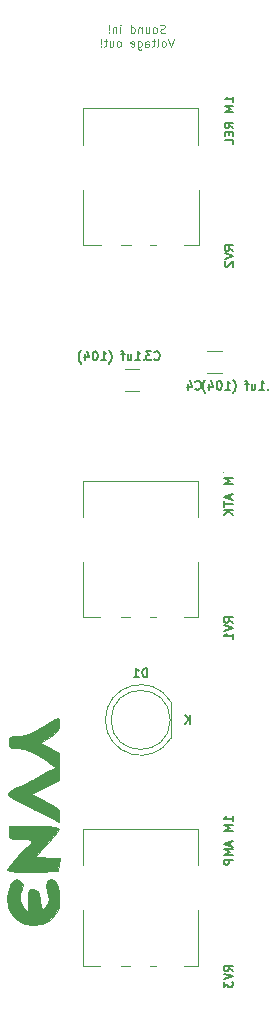
<source format=gbr>
%TF.GenerationSoftware,KiCad,Pcbnew,(5.1.12-1-10_14)*%
%TF.CreationDate,2021-12-12T17:04:58+01:00*%
%TF.ProjectId,envy,656e7679-2e6b-4696-9361-645f70636258,rev?*%
%TF.SameCoordinates,Original*%
%TF.FileFunction,Legend,Bot*%
%TF.FilePolarity,Positive*%
%FSLAX46Y46*%
G04 Gerber Fmt 4.6, Leading zero omitted, Abs format (unit mm)*
G04 Created by KiCad (PCBNEW (5.1.12-1-10_14)) date 2021-12-12 17:04:58*
%MOMM*%
%LPD*%
G01*
G04 APERTURE LIST*
%ADD10C,0.125000*%
%ADD11C,0.010000*%
%ADD12C,0.120000*%
%ADD13C,0.150000*%
%ADD14R,1.600000X1.600000*%
%ADD15O,1.600000X1.600000*%
%ADD16C,1.600000*%
%ADD17R,1.727200X1.727200*%
%ADD18O,1.727200X1.727200*%
%ADD19R,1.800000X1.800000*%
%ADD20C,1.800000*%
%ADD21C,3.240000*%
%ADD22C,3.200000*%
%ADD23O,1.740000X2.200000*%
%ADD24R,1.600000X2.400000*%
%ADD25O,1.600000X2.400000*%
G04 APERTURE END LIST*
D10*
X82283333Y-48595833D02*
X82183333Y-48629166D01*
X82016666Y-48629166D01*
X81950000Y-48595833D01*
X81916666Y-48562500D01*
X81883333Y-48495833D01*
X81883333Y-48429166D01*
X81916666Y-48362500D01*
X81950000Y-48329166D01*
X82016666Y-48295833D01*
X82150000Y-48262500D01*
X82216666Y-48229166D01*
X82250000Y-48195833D01*
X82283333Y-48129166D01*
X82283333Y-48062500D01*
X82250000Y-47995833D01*
X82216666Y-47962500D01*
X82150000Y-47929166D01*
X81983333Y-47929166D01*
X81883333Y-47962500D01*
X81483333Y-48629166D02*
X81550000Y-48595833D01*
X81583333Y-48562500D01*
X81616666Y-48495833D01*
X81616666Y-48295833D01*
X81583333Y-48229166D01*
X81550000Y-48195833D01*
X81483333Y-48162500D01*
X81383333Y-48162500D01*
X81316666Y-48195833D01*
X81283333Y-48229166D01*
X81250000Y-48295833D01*
X81250000Y-48495833D01*
X81283333Y-48562500D01*
X81316666Y-48595833D01*
X81383333Y-48629166D01*
X81483333Y-48629166D01*
X80650000Y-48162500D02*
X80650000Y-48629166D01*
X80950000Y-48162500D02*
X80950000Y-48529166D01*
X80916666Y-48595833D01*
X80850000Y-48629166D01*
X80750000Y-48629166D01*
X80683333Y-48595833D01*
X80650000Y-48562500D01*
X80316666Y-48162500D02*
X80316666Y-48629166D01*
X80316666Y-48229166D02*
X80283333Y-48195833D01*
X80216666Y-48162500D01*
X80116666Y-48162500D01*
X80050000Y-48195833D01*
X80016666Y-48262500D01*
X80016666Y-48629166D01*
X79383333Y-48629166D02*
X79383333Y-47929166D01*
X79383333Y-48595833D02*
X79450000Y-48629166D01*
X79583333Y-48629166D01*
X79650000Y-48595833D01*
X79683333Y-48562500D01*
X79716666Y-48495833D01*
X79716666Y-48295833D01*
X79683333Y-48229166D01*
X79650000Y-48195833D01*
X79583333Y-48162500D01*
X79450000Y-48162500D01*
X79383333Y-48195833D01*
X78516666Y-48629166D02*
X78516666Y-48162500D01*
X78516666Y-47929166D02*
X78550000Y-47962500D01*
X78516666Y-47995833D01*
X78483333Y-47962500D01*
X78516666Y-47929166D01*
X78516666Y-47995833D01*
X78183333Y-48162500D02*
X78183333Y-48629166D01*
X78183333Y-48229166D02*
X78150000Y-48195833D01*
X78083333Y-48162500D01*
X77983333Y-48162500D01*
X77916666Y-48195833D01*
X77883333Y-48262500D01*
X77883333Y-48629166D01*
X77550000Y-48562500D02*
X77516666Y-48595833D01*
X77550000Y-48629166D01*
X77583333Y-48595833D01*
X77550000Y-48562500D01*
X77550000Y-48629166D01*
X77550000Y-48362500D02*
X77583333Y-47962500D01*
X77550000Y-47929166D01*
X77516666Y-47962500D01*
X77550000Y-48362500D01*
X77550000Y-47929166D01*
X83033333Y-49104166D02*
X82800000Y-49804166D01*
X82566666Y-49104166D01*
X82233333Y-49804166D02*
X82300000Y-49770833D01*
X82333333Y-49737500D01*
X82366666Y-49670833D01*
X82366666Y-49470833D01*
X82333333Y-49404166D01*
X82300000Y-49370833D01*
X82233333Y-49337500D01*
X82133333Y-49337500D01*
X82066666Y-49370833D01*
X82033333Y-49404166D01*
X82000000Y-49470833D01*
X82000000Y-49670833D01*
X82033333Y-49737500D01*
X82066666Y-49770833D01*
X82133333Y-49804166D01*
X82233333Y-49804166D01*
X81600000Y-49804166D02*
X81666666Y-49770833D01*
X81700000Y-49704166D01*
X81700000Y-49104166D01*
X81433333Y-49337500D02*
X81166666Y-49337500D01*
X81333333Y-49104166D02*
X81333333Y-49704166D01*
X81300000Y-49770833D01*
X81233333Y-49804166D01*
X81166666Y-49804166D01*
X80633333Y-49804166D02*
X80633333Y-49437500D01*
X80666666Y-49370833D01*
X80733333Y-49337500D01*
X80866666Y-49337500D01*
X80933333Y-49370833D01*
X80633333Y-49770833D02*
X80700000Y-49804166D01*
X80866666Y-49804166D01*
X80933333Y-49770833D01*
X80966666Y-49704166D01*
X80966666Y-49637500D01*
X80933333Y-49570833D01*
X80866666Y-49537500D01*
X80700000Y-49537500D01*
X80633333Y-49504166D01*
X80000000Y-49337500D02*
X80000000Y-49904166D01*
X80033333Y-49970833D01*
X80066666Y-50004166D01*
X80133333Y-50037500D01*
X80233333Y-50037500D01*
X80300000Y-50004166D01*
X80000000Y-49770833D02*
X80066666Y-49804166D01*
X80200000Y-49804166D01*
X80266666Y-49770833D01*
X80300000Y-49737500D01*
X80333333Y-49670833D01*
X80333333Y-49470833D01*
X80300000Y-49404166D01*
X80266666Y-49370833D01*
X80200000Y-49337500D01*
X80066666Y-49337500D01*
X80000000Y-49370833D01*
X79400000Y-49770833D02*
X79466666Y-49804166D01*
X79600000Y-49804166D01*
X79666666Y-49770833D01*
X79700000Y-49704166D01*
X79700000Y-49437500D01*
X79666666Y-49370833D01*
X79600000Y-49337500D01*
X79466666Y-49337500D01*
X79400000Y-49370833D01*
X79366666Y-49437500D01*
X79366666Y-49504166D01*
X79700000Y-49570833D01*
X78433333Y-49804166D02*
X78500000Y-49770833D01*
X78533333Y-49737500D01*
X78566666Y-49670833D01*
X78566666Y-49470833D01*
X78533333Y-49404166D01*
X78500000Y-49370833D01*
X78433333Y-49337500D01*
X78333333Y-49337500D01*
X78266666Y-49370833D01*
X78233333Y-49404166D01*
X78200000Y-49470833D01*
X78200000Y-49670833D01*
X78233333Y-49737500D01*
X78266666Y-49770833D01*
X78333333Y-49804166D01*
X78433333Y-49804166D01*
X77600000Y-49337500D02*
X77600000Y-49804166D01*
X77900000Y-49337500D02*
X77900000Y-49704166D01*
X77866666Y-49770833D01*
X77800000Y-49804166D01*
X77700000Y-49804166D01*
X77633333Y-49770833D01*
X77600000Y-49737500D01*
X77366666Y-49337500D02*
X77100000Y-49337500D01*
X77266666Y-49104166D02*
X77266666Y-49704166D01*
X77233333Y-49770833D01*
X77166666Y-49804166D01*
X77100000Y-49804166D01*
X76866666Y-49737500D02*
X76833333Y-49770833D01*
X76866666Y-49804166D01*
X76900000Y-49770833D01*
X76866666Y-49737500D01*
X76866666Y-49804166D01*
X76866666Y-49537500D02*
X76900000Y-49137500D01*
X76866666Y-49104166D01*
X76833333Y-49137500D01*
X76866666Y-49537500D01*
X76866666Y-49104166D01*
D11*
%TO.C,G\u002A\u002A\u002A*%
G36*
X73331116Y-121424900D02*
G01*
X73212310Y-120839251D01*
X73011784Y-120409386D01*
X72741086Y-120229472D01*
X72720479Y-120228672D01*
X72362607Y-120367428D01*
X72221510Y-120738839D01*
X72316563Y-121257232D01*
X72430947Y-121951189D01*
X72357162Y-122294839D01*
X72140102Y-122738525D01*
X71943212Y-122835762D01*
X71790771Y-122595325D01*
X71709149Y-122060703D01*
X71657271Y-121541860D01*
X71549054Y-121279030D01*
X71325370Y-121172992D01*
X71166084Y-121149391D01*
X70892509Y-121134203D01*
X70746114Y-121222896D01*
X70686252Y-121495790D01*
X70672277Y-122033206D01*
X70671713Y-122126314D01*
X70665804Y-123159441D01*
X70316468Y-122740113D01*
X70009594Y-122115305D01*
X70025488Y-121427312D01*
X70157081Y-121093752D01*
X70250646Y-120711117D01*
X70135332Y-120483751D01*
X69793310Y-120246153D01*
X69466686Y-120357082D01*
X69173608Y-120809829D01*
X69158769Y-120844645D01*
X68925349Y-121751074D01*
X69025499Y-122607484D01*
X69198528Y-123035444D01*
X69683532Y-123661230D01*
X70347769Y-124044676D01*
X71107963Y-124182793D01*
X71880839Y-124072589D01*
X72583120Y-123711076D01*
X73081748Y-123174871D01*
X73277382Y-122686878D01*
X73356656Y-122072165D01*
X73331116Y-121424900D01*
G37*
X73331116Y-121424900D02*
X73212310Y-120839251D01*
X73011784Y-120409386D01*
X72741086Y-120229472D01*
X72720479Y-120228672D01*
X72362607Y-120367428D01*
X72221510Y-120738839D01*
X72316563Y-121257232D01*
X72430947Y-121951189D01*
X72357162Y-122294839D01*
X72140102Y-122738525D01*
X71943212Y-122835762D01*
X71790771Y-122595325D01*
X71709149Y-122060703D01*
X71657271Y-121541860D01*
X71549054Y-121279030D01*
X71325370Y-121172992D01*
X71166084Y-121149391D01*
X70892509Y-121134203D01*
X70746114Y-121222896D01*
X70686252Y-121495790D01*
X70672277Y-122033206D01*
X70671713Y-122126314D01*
X70665804Y-123159441D01*
X70316468Y-122740113D01*
X70009594Y-122115305D01*
X70025488Y-121427312D01*
X70157081Y-121093752D01*
X70250646Y-120711117D01*
X70135332Y-120483751D01*
X69793310Y-120246153D01*
X69466686Y-120357082D01*
X69173608Y-120809829D01*
X69158769Y-120844645D01*
X68925349Y-121751074D01*
X69025499Y-122607484D01*
X69198528Y-123035444D01*
X69683532Y-123661230D01*
X70347769Y-124044676D01*
X71107963Y-124182793D01*
X71880839Y-124072589D01*
X72583120Y-123711076D01*
X73081748Y-123174871D01*
X73277382Y-122686878D01*
X73356656Y-122072165D01*
X73331116Y-121424900D01*
G36*
X72376289Y-118452448D02*
G01*
X71837724Y-118429791D01*
X71478810Y-118371286D01*
X71388112Y-118313163D01*
X71506123Y-118130459D01*
X71818609Y-117772716D01*
X72263252Y-117310365D01*
X72365035Y-117209091D01*
X72831162Y-116720934D01*
X73176375Y-116306396D01*
X73337405Y-116042732D01*
X73341958Y-116016208D01*
X73251874Y-115914186D01*
X72952402Y-115845443D01*
X72399717Y-115805289D01*
X71549991Y-115789033D01*
X71210489Y-115788112D01*
X69079021Y-115788112D01*
X69079021Y-116320979D01*
X69095425Y-116625611D01*
X69202931Y-116784170D01*
X69488978Y-116844350D01*
X70041005Y-116853846D01*
X70055944Y-116853846D01*
X70591009Y-116877127D01*
X70945851Y-116937179D01*
X71032867Y-116995421D01*
X70914788Y-117186902D01*
X70609908Y-117533437D01*
X70307501Y-117839127D01*
X69828491Y-118329248D01*
X69404283Y-118807440D01*
X69233549Y-119024274D01*
X68884965Y-119507289D01*
X69292832Y-119609069D01*
X69641565Y-119647737D01*
X70245317Y-119668431D01*
X71004209Y-119668869D01*
X71476923Y-119658921D01*
X73253147Y-119606993D01*
X73308806Y-119029720D01*
X73364466Y-118452448D01*
X72376289Y-118452448D01*
G37*
X72376289Y-118452448D02*
X71837724Y-118429791D01*
X71478810Y-118371286D01*
X71388112Y-118313163D01*
X71506123Y-118130459D01*
X71818609Y-117772716D01*
X72263252Y-117310365D01*
X72365035Y-117209091D01*
X72831162Y-116720934D01*
X73176375Y-116306396D01*
X73337405Y-116042732D01*
X73341958Y-116016208D01*
X73251874Y-115914186D01*
X72952402Y-115845443D01*
X72399717Y-115805289D01*
X71549991Y-115789033D01*
X71210489Y-115788112D01*
X69079021Y-115788112D01*
X69079021Y-116320979D01*
X69095425Y-116625611D01*
X69202931Y-116784170D01*
X69488978Y-116844350D01*
X70041005Y-116853846D01*
X70055944Y-116853846D01*
X70591009Y-116877127D01*
X70945851Y-116937179D01*
X71032867Y-116995421D01*
X70914788Y-117186902D01*
X70609908Y-117533437D01*
X70307501Y-117839127D01*
X69828491Y-118329248D01*
X69404283Y-118807440D01*
X69233549Y-119024274D01*
X68884965Y-119507289D01*
X69292832Y-119609069D01*
X69641565Y-119647737D01*
X70245317Y-119668431D01*
X71004209Y-119668869D01*
X71476923Y-119658921D01*
X73253147Y-119606993D01*
X73308806Y-119029720D01*
X73364466Y-118452448D01*
X72376289Y-118452448D01*
G36*
X73317971Y-114539185D02*
G01*
X73200694Y-114306247D01*
X72922156Y-114085279D01*
X72414384Y-113809580D01*
X72143555Y-113674798D01*
X70945152Y-113083839D01*
X73341958Y-111875521D01*
X73341958Y-109631066D01*
X72518994Y-109178497D01*
X71696030Y-108725927D01*
X72518994Y-108243638D01*
X73006716Y-107929840D01*
X73252681Y-107662235D01*
X73336218Y-107335023D01*
X73341958Y-107146066D01*
X73309012Y-106761413D01*
X73227833Y-106604096D01*
X73208741Y-106608953D01*
X73002868Y-106732880D01*
X72576802Y-106991170D01*
X72013737Y-107333371D01*
X71873445Y-107418736D01*
X71137282Y-107832371D01*
X70561707Y-108061140D01*
X70033492Y-108146500D01*
X69875193Y-108150350D01*
X69384927Y-108165958D01*
X69153186Y-108255879D01*
X69083384Y-108484758D01*
X69079021Y-108683217D01*
X69106252Y-109022656D01*
X69255248Y-109175139D01*
X69626963Y-109214984D01*
X69802862Y-109216084D01*
X70358644Y-109290213D01*
X71001365Y-109535515D01*
X71756708Y-109946817D01*
X72328633Y-110300374D01*
X72758989Y-110592666D01*
X72974719Y-110773196D01*
X72986713Y-110796967D01*
X72836722Y-110916439D01*
X72427518Y-111155587D01*
X71820252Y-111480577D01*
X71076078Y-111857576D01*
X71016736Y-111886864D01*
X70257210Y-112267027D01*
X69621688Y-112596453D01*
X69174113Y-112841192D01*
X68978427Y-112967291D01*
X68976035Y-112970434D01*
X69028530Y-113162004D01*
X69125382Y-113261201D01*
X69362552Y-113405620D01*
X69849050Y-113670043D01*
X70515443Y-114017656D01*
X71292299Y-114411646D01*
X71343706Y-114437356D01*
X73341958Y-115435835D01*
X73341958Y-114850796D01*
X73317971Y-114539185D01*
G37*
X73317971Y-114539185D02*
X73200694Y-114306247D01*
X72922156Y-114085279D01*
X72414384Y-113809580D01*
X72143555Y-113674798D01*
X70945152Y-113083839D01*
X73341958Y-111875521D01*
X73341958Y-109631066D01*
X72518994Y-109178497D01*
X71696030Y-108725927D01*
X72518994Y-108243638D01*
X73006716Y-107929840D01*
X73252681Y-107662235D01*
X73336218Y-107335023D01*
X73341958Y-107146066D01*
X73309012Y-106761413D01*
X73227833Y-106604096D01*
X73208741Y-106608953D01*
X73002868Y-106732880D01*
X72576802Y-106991170D01*
X72013737Y-107333371D01*
X71873445Y-107418736D01*
X71137282Y-107832371D01*
X70561707Y-108061140D01*
X70033492Y-108146500D01*
X69875193Y-108150350D01*
X69384927Y-108165958D01*
X69153186Y-108255879D01*
X69083384Y-108484758D01*
X69079021Y-108683217D01*
X69106252Y-109022656D01*
X69255248Y-109175139D01*
X69626963Y-109214984D01*
X69802862Y-109216084D01*
X70358644Y-109290213D01*
X71001365Y-109535515D01*
X71756708Y-109946817D01*
X72328633Y-110300374D01*
X72758989Y-110592666D01*
X72974719Y-110773196D01*
X72986713Y-110796967D01*
X72836722Y-110916439D01*
X72427518Y-111155587D01*
X71820252Y-111480577D01*
X71076078Y-111857576D01*
X71016736Y-111886864D01*
X70257210Y-112267027D01*
X69621688Y-112596453D01*
X69174113Y-112841192D01*
X68978427Y-112967291D01*
X68976035Y-112970434D01*
X69028530Y-113162004D01*
X69125382Y-113261201D01*
X69362552Y-113405620D01*
X69849050Y-113670043D01*
X70515443Y-114017656D01*
X71292299Y-114411646D01*
X71343706Y-114437356D01*
X73341958Y-115435835D01*
X73341958Y-114850796D01*
X73317971Y-114539185D01*
D12*
%TO.C,RV3*%
X75330000Y-116030000D02*
X85070000Y-116030000D01*
X75330000Y-127620000D02*
X76820000Y-127620000D01*
X75330000Y-119090000D02*
X75330000Y-116030000D01*
X85080000Y-127620000D02*
X85080000Y-122900000D01*
X85070000Y-119090000D02*
X85070000Y-116030000D01*
X75330000Y-127620000D02*
X75330000Y-122900000D01*
X83890000Y-127620000D02*
X85070000Y-127620000D01*
X80990000Y-127620000D02*
X81520000Y-127620000D01*
X78540000Y-127620000D02*
X79370000Y-127620000D01*
%TO.C,RV1*%
X75330000Y-86530000D02*
X85070000Y-86530000D01*
X75330000Y-98120000D02*
X76820000Y-98120000D01*
X75330000Y-89590000D02*
X75330000Y-86530000D01*
X85080000Y-98120000D02*
X85080000Y-93400000D01*
X85070000Y-89590000D02*
X85070000Y-86530000D01*
X75330000Y-98120000D02*
X75330000Y-93400000D01*
X83890000Y-98120000D02*
X85070000Y-98120000D01*
X80990000Y-98120000D02*
X81520000Y-98120000D01*
X78540000Y-98120000D02*
X79370000Y-98120000D01*
%TO.C,RV2*%
X78590000Y-66620000D02*
X79420000Y-66620000D01*
X81040000Y-66620000D02*
X81570000Y-66620000D01*
X83940000Y-66620000D02*
X85120000Y-66620000D01*
X75380000Y-66620000D02*
X75380000Y-61900000D01*
X85120000Y-58090000D02*
X85120000Y-55030000D01*
X85130000Y-66620000D02*
X85130000Y-61900000D01*
X75380000Y-58090000D02*
X75380000Y-55030000D01*
X75380000Y-66620000D02*
X76870000Y-66620000D01*
X75380000Y-55030000D02*
X85120000Y-55030000D01*
%TO.C,C3*%
X80129000Y-78920000D02*
X78871000Y-78920000D01*
X80129000Y-77080000D02*
X78871000Y-77080000D01*
%TO.C,C4*%
X85871000Y-77420000D02*
X87129000Y-77420000D01*
X85871000Y-75580000D02*
X87129000Y-75580000D01*
%TO.C,D1*%
X82730000Y-106800000D02*
G75*
G03*
X82730000Y-106800000I-2500000J0D01*
G01*
X82790000Y-105255000D02*
X82790000Y-108345000D01*
X77240000Y-106800462D02*
G75*
G02*
X82790000Y-105255170I2990000J462D01*
G01*
X77240000Y-106799538D02*
G75*
G03*
X82790000Y-108344830I2990000J-462D01*
G01*
%TO.C,RV3*%
D13*
X88039285Y-128053571D02*
X87682142Y-127803571D01*
X88039285Y-127625000D02*
X87289285Y-127625000D01*
X87289285Y-127910714D01*
X87325000Y-127982142D01*
X87360714Y-128017857D01*
X87432142Y-128053571D01*
X87539285Y-128053571D01*
X87610714Y-128017857D01*
X87646428Y-127982142D01*
X87682142Y-127910714D01*
X87682142Y-127625000D01*
X87289285Y-128267857D02*
X88039285Y-128517857D01*
X87289285Y-128767857D01*
X87289285Y-128946428D02*
X87289285Y-129410714D01*
X87575000Y-129160714D01*
X87575000Y-129267857D01*
X87610714Y-129339285D01*
X87646428Y-129375000D01*
X87717857Y-129410714D01*
X87896428Y-129410714D01*
X87967857Y-129375000D01*
X88003571Y-129339285D01*
X88039285Y-129267857D01*
X88039285Y-129053571D01*
X88003571Y-128982142D01*
X87967857Y-128946428D01*
X88039285Y-115375000D02*
X88039285Y-114946428D01*
X88039285Y-115160714D02*
X87289285Y-115160714D01*
X87396428Y-115089285D01*
X87467857Y-115017857D01*
X87503571Y-114946428D01*
X88039285Y-115696428D02*
X87289285Y-115696428D01*
X87825000Y-115946428D01*
X87289285Y-116196428D01*
X88039285Y-116196428D01*
X87825000Y-117089285D02*
X87825000Y-117446428D01*
X88039285Y-117017857D02*
X87289285Y-117267857D01*
X88039285Y-117517857D01*
X88039285Y-117767857D02*
X87289285Y-117767857D01*
X87825000Y-118017857D01*
X87289285Y-118267857D01*
X88039285Y-118267857D01*
X88039285Y-118625000D02*
X87289285Y-118625000D01*
X87289285Y-118910714D01*
X87325000Y-118982142D01*
X87360714Y-119017857D01*
X87432142Y-119053571D01*
X87539285Y-119053571D01*
X87610714Y-119017857D01*
X87646428Y-118982142D01*
X87682142Y-118910714D01*
X87682142Y-118625000D01*
%TO.C,RV1*%
X88039285Y-98553571D02*
X87682142Y-98303571D01*
X88039285Y-98125000D02*
X87289285Y-98125000D01*
X87289285Y-98410714D01*
X87325000Y-98482142D01*
X87360714Y-98517857D01*
X87432142Y-98553571D01*
X87539285Y-98553571D01*
X87610714Y-98517857D01*
X87646428Y-98482142D01*
X87682142Y-98410714D01*
X87682142Y-98125000D01*
X87289285Y-98767857D02*
X88039285Y-99017857D01*
X87289285Y-99267857D01*
X88039285Y-99910714D02*
X88039285Y-99482142D01*
X88039285Y-99696428D02*
X87289285Y-99696428D01*
X87396428Y-99625000D01*
X87467857Y-99553571D01*
X87503571Y-99482142D01*
X88039285Y-86017857D02*
X88039285Y-85589285D01*
X88039285Y-85803571D02*
X87289285Y-85803571D01*
X87396428Y-85732142D01*
X87467857Y-85660714D01*
X87503571Y-85589285D01*
X88039285Y-86339285D02*
X87289285Y-86339285D01*
X87825000Y-86589285D01*
X87289285Y-86839285D01*
X88039285Y-86839285D01*
X87825000Y-87732142D02*
X87825000Y-88089285D01*
X88039285Y-87660714D02*
X87289285Y-87910714D01*
X88039285Y-88160714D01*
X87289285Y-88303571D02*
X87289285Y-88732142D01*
X88039285Y-88517857D02*
X87289285Y-88517857D01*
X88039285Y-88982142D02*
X87289285Y-88982142D01*
X88039285Y-89410714D02*
X87610714Y-89089285D01*
X87289285Y-89410714D02*
X87717857Y-88982142D01*
%TO.C,RV2*%
X88089285Y-67053571D02*
X87732142Y-66803571D01*
X88089285Y-66625000D02*
X87339285Y-66625000D01*
X87339285Y-66910714D01*
X87375000Y-66982142D01*
X87410714Y-67017857D01*
X87482142Y-67053571D01*
X87589285Y-67053571D01*
X87660714Y-67017857D01*
X87696428Y-66982142D01*
X87732142Y-66910714D01*
X87732142Y-66625000D01*
X87339285Y-67267857D02*
X88089285Y-67517857D01*
X87339285Y-67767857D01*
X87410714Y-67982142D02*
X87375000Y-68017857D01*
X87339285Y-68089285D01*
X87339285Y-68267857D01*
X87375000Y-68339285D01*
X87410714Y-68375000D01*
X87482142Y-68410714D01*
X87553571Y-68410714D01*
X87660714Y-68375000D01*
X88089285Y-67946428D01*
X88089285Y-68410714D01*
X88089285Y-54482142D02*
X88089285Y-54053571D01*
X88089285Y-54267857D02*
X87339285Y-54267857D01*
X87446428Y-54196428D01*
X87517857Y-54125000D01*
X87553571Y-54053571D01*
X88089285Y-54803571D02*
X87339285Y-54803571D01*
X87875000Y-55053571D01*
X87339285Y-55303571D01*
X88089285Y-55303571D01*
X88089285Y-56660714D02*
X87732142Y-56410714D01*
X88089285Y-56232142D02*
X87339285Y-56232142D01*
X87339285Y-56517857D01*
X87375000Y-56589285D01*
X87410714Y-56625000D01*
X87482142Y-56660714D01*
X87589285Y-56660714D01*
X87660714Y-56625000D01*
X87696428Y-56589285D01*
X87732142Y-56517857D01*
X87732142Y-56232142D01*
X87696428Y-56982142D02*
X87696428Y-57232142D01*
X88089285Y-57339285D02*
X88089285Y-56982142D01*
X87339285Y-56982142D01*
X87339285Y-57339285D01*
X88089285Y-58017857D02*
X88089285Y-57660714D01*
X87339285Y-57660714D01*
%TO.C,C3*%
X81375000Y-76267857D02*
X81410714Y-76303571D01*
X81517857Y-76339285D01*
X81589285Y-76339285D01*
X81696428Y-76303571D01*
X81767857Y-76232142D01*
X81803571Y-76160714D01*
X81839285Y-76017857D01*
X81839285Y-75910714D01*
X81803571Y-75767857D01*
X81767857Y-75696428D01*
X81696428Y-75625000D01*
X81589285Y-75589285D01*
X81517857Y-75589285D01*
X81410714Y-75625000D01*
X81375000Y-75660714D01*
X81125000Y-75589285D02*
X80660714Y-75589285D01*
X80910714Y-75875000D01*
X80803571Y-75875000D01*
X80732142Y-75910714D01*
X80696428Y-75946428D01*
X80660714Y-76017857D01*
X80660714Y-76196428D01*
X80696428Y-76267857D01*
X80732142Y-76303571D01*
X80803571Y-76339285D01*
X81017857Y-76339285D01*
X81089285Y-76303571D01*
X81125000Y-76267857D01*
X80517857Y-76267857D02*
X80482142Y-76303571D01*
X80517857Y-76339285D01*
X80553571Y-76303571D01*
X80517857Y-76267857D01*
X80517857Y-76339285D01*
X79767857Y-76339285D02*
X80196428Y-76339285D01*
X79982142Y-76339285D02*
X79982142Y-75589285D01*
X80053571Y-75696428D01*
X80125000Y-75767857D01*
X80196428Y-75803571D01*
X79125000Y-75839285D02*
X79125000Y-76339285D01*
X79446428Y-75839285D02*
X79446428Y-76232142D01*
X79410714Y-76303571D01*
X79339285Y-76339285D01*
X79232142Y-76339285D01*
X79160714Y-76303571D01*
X79125000Y-76267857D01*
X78875000Y-75839285D02*
X78589285Y-75839285D01*
X78767857Y-76339285D02*
X78767857Y-75696428D01*
X78732142Y-75625000D01*
X78660714Y-75589285D01*
X78589285Y-75589285D01*
X77553571Y-76625000D02*
X77589285Y-76589285D01*
X77660714Y-76482142D01*
X77696428Y-76410714D01*
X77732142Y-76303571D01*
X77767857Y-76125000D01*
X77767857Y-75982142D01*
X77732142Y-75803571D01*
X77696428Y-75696428D01*
X77660714Y-75625000D01*
X77589285Y-75517857D01*
X77553571Y-75482142D01*
X76875000Y-76339285D02*
X77303571Y-76339285D01*
X77089285Y-76339285D02*
X77089285Y-75589285D01*
X77160714Y-75696428D01*
X77232142Y-75767857D01*
X77303571Y-75803571D01*
X76410714Y-75589285D02*
X76339285Y-75589285D01*
X76267857Y-75625000D01*
X76232142Y-75660714D01*
X76196428Y-75732142D01*
X76160714Y-75875000D01*
X76160714Y-76053571D01*
X76196428Y-76196428D01*
X76232142Y-76267857D01*
X76267857Y-76303571D01*
X76339285Y-76339285D01*
X76410714Y-76339285D01*
X76482142Y-76303571D01*
X76517857Y-76267857D01*
X76553571Y-76196428D01*
X76589285Y-76053571D01*
X76589285Y-75875000D01*
X76553571Y-75732142D01*
X76517857Y-75660714D01*
X76482142Y-75625000D01*
X76410714Y-75589285D01*
X75517857Y-75839285D02*
X75517857Y-76339285D01*
X75696428Y-75553571D02*
X75875000Y-76089285D01*
X75410714Y-76089285D01*
X75196428Y-76625000D02*
X75160714Y-76589285D01*
X75089285Y-76482142D01*
X75053571Y-76410714D01*
X75017857Y-76303571D01*
X74982142Y-76125000D01*
X74982142Y-75982142D01*
X75017857Y-75803571D01*
X75053571Y-75696428D01*
X75089285Y-75625000D01*
X75160714Y-75517857D01*
X75196428Y-75482142D01*
%TO.C,C4*%
X84875000Y-78767857D02*
X84910714Y-78803571D01*
X85017857Y-78839285D01*
X85089285Y-78839285D01*
X85196428Y-78803571D01*
X85267857Y-78732142D01*
X85303571Y-78660714D01*
X85339285Y-78517857D01*
X85339285Y-78410714D01*
X85303571Y-78267857D01*
X85267857Y-78196428D01*
X85196428Y-78125000D01*
X85089285Y-78089285D01*
X85017857Y-78089285D01*
X84910714Y-78125000D01*
X84875000Y-78160714D01*
X84232142Y-78339285D02*
X84232142Y-78839285D01*
X84410714Y-78053571D02*
X84589285Y-78589285D01*
X84125000Y-78589285D01*
X91017857Y-78767857D02*
X90982142Y-78803571D01*
X91017857Y-78839285D01*
X91053571Y-78803571D01*
X91017857Y-78767857D01*
X91017857Y-78839285D01*
X90267857Y-78839285D02*
X90696428Y-78839285D01*
X90482142Y-78839285D02*
X90482142Y-78089285D01*
X90553571Y-78196428D01*
X90625000Y-78267857D01*
X90696428Y-78303571D01*
X89625000Y-78339285D02*
X89625000Y-78839285D01*
X89946428Y-78339285D02*
X89946428Y-78732142D01*
X89910714Y-78803571D01*
X89839285Y-78839285D01*
X89732142Y-78839285D01*
X89660714Y-78803571D01*
X89625000Y-78767857D01*
X89375000Y-78339285D02*
X89089285Y-78339285D01*
X89267857Y-78839285D02*
X89267857Y-78196428D01*
X89232142Y-78125000D01*
X89160714Y-78089285D01*
X89089285Y-78089285D01*
X88053571Y-79125000D02*
X88089285Y-79089285D01*
X88160714Y-78982142D01*
X88196428Y-78910714D01*
X88232142Y-78803571D01*
X88267857Y-78625000D01*
X88267857Y-78482142D01*
X88232142Y-78303571D01*
X88196428Y-78196428D01*
X88160714Y-78125000D01*
X88089285Y-78017857D01*
X88053571Y-77982142D01*
X87375000Y-78839285D02*
X87803571Y-78839285D01*
X87589285Y-78839285D02*
X87589285Y-78089285D01*
X87660714Y-78196428D01*
X87732142Y-78267857D01*
X87803571Y-78303571D01*
X86910714Y-78089285D02*
X86839285Y-78089285D01*
X86767857Y-78125000D01*
X86732142Y-78160714D01*
X86696428Y-78232142D01*
X86660714Y-78375000D01*
X86660714Y-78553571D01*
X86696428Y-78696428D01*
X86732142Y-78767857D01*
X86767857Y-78803571D01*
X86839285Y-78839285D01*
X86910714Y-78839285D01*
X86982142Y-78803571D01*
X87017857Y-78767857D01*
X87053571Y-78696428D01*
X87089285Y-78553571D01*
X87089285Y-78375000D01*
X87053571Y-78232142D01*
X87017857Y-78160714D01*
X86982142Y-78125000D01*
X86910714Y-78089285D01*
X86017857Y-78339285D02*
X86017857Y-78839285D01*
X86196428Y-78053571D02*
X86375000Y-78589285D01*
X85910714Y-78589285D01*
X85696428Y-79125000D02*
X85660714Y-79089285D01*
X85589285Y-78982142D01*
X85553571Y-78910714D01*
X85517857Y-78803571D01*
X85482142Y-78625000D01*
X85482142Y-78482142D01*
X85517857Y-78303571D01*
X85553571Y-78196428D01*
X85589285Y-78125000D01*
X85660714Y-78017857D01*
X85696428Y-77982142D01*
%TO.C,D1*%
X80783571Y-103179285D02*
X80783571Y-102429285D01*
X80605000Y-102429285D01*
X80497857Y-102465000D01*
X80426428Y-102536428D01*
X80390714Y-102607857D01*
X80355000Y-102750714D01*
X80355000Y-102857857D01*
X80390714Y-103000714D01*
X80426428Y-103072142D01*
X80497857Y-103143571D01*
X80605000Y-103179285D01*
X80783571Y-103179285D01*
X79640714Y-103179285D02*
X80069285Y-103179285D01*
X79855000Y-103179285D02*
X79855000Y-102429285D01*
X79926428Y-102536428D01*
X79997857Y-102607857D01*
X80069285Y-102643571D01*
X84396428Y-107139285D02*
X84396428Y-106389285D01*
X83967857Y-107139285D02*
X84289285Y-106710714D01*
X83967857Y-106389285D02*
X84396428Y-106817857D01*
%TD*%
%LPC*%
D14*
%TO.C,D4*%
X76400000Y-45500000D03*
D15*
X76400000Y-53120000D03*
%TD*%
%TO.C,D3*%
X83400000Y-45380000D03*
D14*
X83400000Y-53000000D03*
%TD*%
%TO.C,C2*%
X70900000Y-48500000D03*
D16*
X72900000Y-48500000D03*
%TD*%
%TO.C,C1*%
X88900000Y-48500000D03*
D14*
X86900000Y-48500000D03*
%TD*%
D17*
%TO.C,J5*%
X75000000Y-40500000D03*
D18*
X75000000Y-37960000D03*
X77540000Y-40500000D03*
X77540000Y-37960000D03*
X80080000Y-40500000D03*
X80080000Y-37960000D03*
X82620000Y-40500000D03*
X82620000Y-37960000D03*
X85160000Y-40500000D03*
X85160000Y-37960000D03*
%TD*%
D19*
%TO.C,RV3*%
X82700000Y-128500000D03*
D20*
X80200000Y-128500000D03*
X77700000Y-128500000D03*
D21*
X75400000Y-121000000D03*
X85000000Y-121000000D03*
%TD*%
D19*
%TO.C,RV1*%
X82700000Y-99000000D03*
D20*
X80200000Y-99000000D03*
X77700000Y-99000000D03*
D21*
X75400000Y-91500000D03*
X85000000Y-91500000D03*
%TD*%
%TO.C,RV2*%
X85050000Y-60000000D03*
X75450000Y-60000000D03*
D20*
X77750000Y-67500000D03*
X80250000Y-67500000D03*
D19*
X82750000Y-67500000D03*
%TD*%
D16*
%TO.C,C3*%
X80750000Y-78000000D03*
X78250000Y-78000000D03*
%TD*%
%TO.C,C4*%
X87750000Y-76500000D03*
X85250000Y-76500000D03*
%TD*%
%TO.C,C5*%
X88000000Y-85500000D03*
X90500000Y-85500000D03*
%TD*%
%TO.C,C6*%
X70750000Y-53500000D03*
X73250000Y-53500000D03*
%TD*%
D19*
%TO.C,D1*%
X81500000Y-106800000D03*
D20*
X78960000Y-106800000D03*
%TD*%
D14*
%TO.C,D2*%
X88750000Y-52750000D03*
D15*
X88750000Y-60370000D03*
%TD*%
D22*
%TO.C,H1*%
X88000000Y-105250000D03*
%TD*%
%TO.C,IN*%
G36*
G01*
X86630000Y-133850001D02*
X86630000Y-132149999D01*
G75*
G02*
X86879999Y-131900000I249999J0D01*
G01*
X88120001Y-131900000D01*
G75*
G02*
X88370000Y-132149999I0J-249999D01*
G01*
X88370000Y-133850001D01*
G75*
G02*
X88120001Y-134100000I-249999J0D01*
G01*
X86879999Y-134100000D01*
G75*
G02*
X86630000Y-133850001I0J249999D01*
G01*
G37*
D23*
X90040000Y-133000000D03*
%TD*%
%TO.C,J2*%
X81040000Y-133000000D03*
G36*
G01*
X77630000Y-133850001D02*
X77630000Y-132149999D01*
G75*
G02*
X77879999Y-131900000I249999J0D01*
G01*
X79120001Y-131900000D01*
G75*
G02*
X79370000Y-132149999I0J-249999D01*
G01*
X79370000Y-133850001D01*
G75*
G02*
X79120001Y-134100000I-249999J0D01*
G01*
X77879999Y-134100000D01*
G75*
G02*
X77630000Y-133850001I0J249999D01*
G01*
G37*
%TD*%
%TO.C,INV*%
G36*
G01*
X69130000Y-133850001D02*
X69130000Y-132149999D01*
G75*
G02*
X69379999Y-131900000I249999J0D01*
G01*
X70620001Y-131900000D01*
G75*
G02*
X70870000Y-132149999I0J-249999D01*
G01*
X70870000Y-133850001D01*
G75*
G02*
X70620001Y-134100000I-249999J0D01*
G01*
X69379999Y-134100000D01*
G75*
G02*
X69130000Y-133850001I0J249999D01*
G01*
G37*
X72540000Y-133000000D03*
%TD*%
D16*
%TO.C,R1*%
X89500000Y-97250000D03*
D15*
X89500000Y-89630000D03*
%TD*%
%TO.C,R2*%
X70000000Y-81370000D03*
D16*
X70000000Y-73750000D03*
%TD*%
D15*
%TO.C,R3*%
X71250000Y-65120000D03*
D16*
X71250000Y-57500000D03*
%TD*%
%TO.C,R4*%
X76500000Y-113250000D03*
D15*
X84120000Y-113250000D03*
%TD*%
D16*
%TO.C,R5*%
X76250000Y-84500000D03*
D15*
X83870000Y-84500000D03*
%TD*%
%TO.C,R6*%
X71000000Y-92870000D03*
D16*
X71000000Y-85250000D03*
%TD*%
D15*
%TO.C,R7*%
X88750000Y-70370000D03*
D16*
X88750000Y-62750000D03*
%TD*%
%TO.C,R8*%
X71000000Y-95250000D03*
D15*
X71000000Y-102870000D03*
%TD*%
D16*
%TO.C,R9*%
X78000000Y-70300000D03*
D15*
X70380000Y-70300000D03*
%TD*%
D24*
%TO.C,U1*%
X88750000Y-73500000D03*
D25*
X73510000Y-81120000D03*
X86210000Y-73500000D03*
X76050000Y-81120000D03*
X83670000Y-73500000D03*
X78590000Y-81120000D03*
X81130000Y-73500000D03*
X81130000Y-81120000D03*
X78590000Y-73500000D03*
X83670000Y-81120000D03*
X76050000Y-73500000D03*
X86210000Y-81120000D03*
X73510000Y-73500000D03*
X88750000Y-81120000D03*
%TD*%
M02*

</source>
